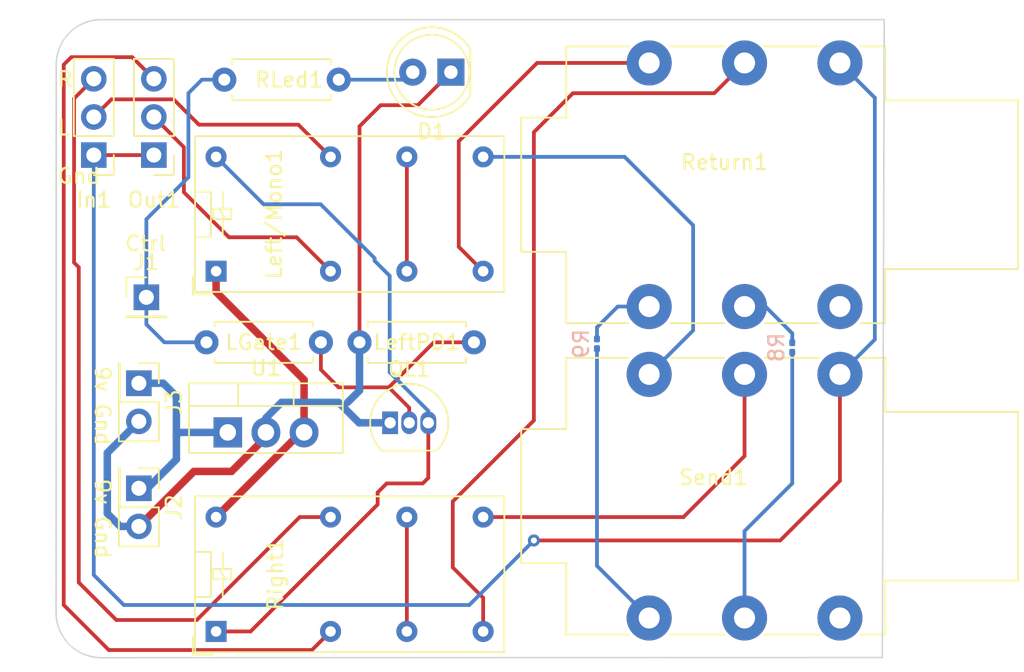
<source format=kicad_pcb>
(kicad_pcb (version 20221018) (generator pcbnew)
  (layers (0 "F.Cu" signal) (31 "B.Cu" signal) (34 "B.Paste" user) (35 "F.Paste" user) (36 "B.SilkS" user "B.Silkscreen") (37 "F.SilkS" user "F.Silkscreen") (38 "B.Mask" user) (39 "F.Mask" user) (44 "Edge.Cuts" user))
  (net 0 "")
  (net 1 "/Control")
  (net 2 "/9V")
  (net 3 "/Ctrl_GND")
  (net 4 "Net-(D1-A)")
  (net 5 "/R_in")
  (net 6 "/L_in")
  (net 7 "/Signal_Gnd")
  (net 8 "/R_out")
  (net 9 "/R_Return")
  (net 10 "/R_send")
  (net 11 "/5V")
  (net 12 "/L_out")
  (net 13 "/L_Return")
  (net 14 "/L_Send")
  (net 15 "Net-(R8-Pad1)")
  (net 16 "Net-(R8-Pad2)")
  (net 17 "Net-(R9-Pad1)")
  (net 18 "Net-(R9-Pad2)")
  (net 21 "Net-(Left/Mono1-Pad11)")
  (net 22 "Net-(Right1-Pad11)")
  (net 23 "Net-(QL1-D)")
  (net 24 "Net-(QL1-G)")
  (footprint "Connector_Audio:Jack_6.35mm_Neutrik_NMJ6HFD3_Horizontal" (layer "F.Cu") (at 169.475 80.385)
    (fp_text reference "Return1" (at 5.025 6.615) (layer "F.SilkS"))
    (fp_text value "AudioJack3_Switch")
    (fp_line (start -8.52 3.645) (end -5.52 3.645) (stroke (width 0.12)) (layer "F.SilkS"))
    (fp_line (start -8.52 12.545) (end -8.52 3.645) (stroke (width 0.12)) (layer "F.SilkS"))
    (fp_line (start -8.52 12.585) (end -5.52 12.585) (stroke (width 0.12)) (layer "F.SilkS"))
    (fp_line (start -5.52 -1.105) (end -1.4 -1.105) (stroke (width 0.12)) (layer "F.SilkS"))
    (fp_line (start -5.52 3.645) (end -5.52 -1.105) (stroke (width 0.12)) (layer "F.SilkS"))
    (fp_line (start -5.52 17.335) (end -5.52 12.585) (stroke (width 0.12)) (layer "F.SilkS"))
    (fp_line (start -1.4 17.335) (end -5.52 17.335) (stroke (width 0.12)) (layer "F.SilkS"))
    (fp_line (start 1.4 -1.105) (end 5 -1.105) (stroke (width 0.12)) (layer "F.SilkS"))
    (fp_line (start 5 17.335) (end 1.4 17.335) (stroke (width 0.12)) (layer "F.SilkS"))
    (fp_line (start 7.7 -1.105) (end 11.3 -1.105) (stroke (width 0.12)) (layer "F.SilkS"))
    (fp_line (start 11.3 17.335) (end 7.7 17.335) (stroke (width 0.12)) (layer "F.SilkS"))
    (fp_line (start 15.72 -1.105) (end 14.1 -1.105) (stroke (width 0.12)) (layer "F.SilkS"))
    (fp_line (start 15.72 2.495) (end 15.72 -1.105) (stroke (width 0.12)) (layer "F.SilkS"))
    (fp_line (start 15.72 2.495) (end 24.57 2.495) (stroke (width 0.12)) (layer "F.SilkS"))
    (fp_line (start 15.72 13.735) (end 24.57 13.735) (stroke (width 0.12)) (layer "F.SilkS"))
    (fp_line (start 15.72 17.335) (end 14.1 17.335) (stroke (width 0.12)) (layer "F.SilkS"))
    (fp_line (start 15.72 17.335) (end 15.72 13.735) (stroke (width 0.12)) (layer "F.SilkS"))
    (fp_line (start 24.57 13.735) (end 24.57 2.495) (stroke (width 0.12)) (layer "F.SilkS"))
    (pad "R" thru_hole circle (at 6.35 0) (size 3 3) (drill 1.4) (layers "*.Cu" "*.Mask") (net 9 "/R_Return"))
    (pad "RN" thru_hole circle (at 6.35 16.23) (size 3 3) (drill 1.4) (layers "*.Cu" "*.Mask") (net 15 "Net-(R8-Pad1)"))
    (pad "S" thru_hole circle (at 12.7 0) (size 3 3) (drill 1.4) (layers "*.Cu" "*.Mask") (net 7 "/Signal_Gnd"))
    (pad "SN" thru_hole circle (at 12.7 16.23) (size 3 3) (drill 1.4) (layers "*.Cu" "*.Mask"))
    (pad "T" thru_hole circle (at 0 0) (size 3 3) (drill 1.4) (layers "*.Cu" "*.Mask") (net 13 "/L_Return"))
    (pad "TN" thru_hole circle (at 0 16.23) (size 3 3) (drill 1.4) (layers "*.Cu" "*.Mask") (net 17 "Net-(R9-Pad1)"))
  )
  (footprint "Resistor_THT:R_Axial_DIN0207_L6.3mm_D2.5mm_P7.62mm_Horizontal" (layer "F.Cu") (at 157.81 99 180)
    (fp_text reference "LeftPD1" (at 3.81 0 180) (layer "F.SilkS"))
    (fp_text value "R")
    (fp_line (start 0.54 -1.37) (end 7.08 -1.37) (stroke (width 0.12)) (layer "F.SilkS"))
    (fp_line (start 0.54 -1.04) (end 0.54 -1.37) (stroke (width 0.12)) (layer "F.SilkS"))
    (fp_line (start 0.54 1.04) (end 0.54 1.37) (stroke (width 0.12)) (layer "F.SilkS"))
    (fp_line (start 0.54 1.37) (end 7.08 1.37) (stroke (width 0.12)) (layer "F.SilkS"))
    (fp_line (start 7.08 -1.37) (end 7.08 -1.04) (stroke (width 0.12)) (layer "F.SilkS"))
    (fp_line (start 7.08 1.37) (end 7.08 1.04) (stroke (width 0.12)) (layer "F.SilkS"))
    (pad "1" thru_hole circle (at 0 0 180) (size 1.6 1.6) (drill 0.8) (layers "*.Cu" "*.Mask") (net 24 "Net-(QL1-G)"))
    (pad "2" thru_hole oval (at 7.62 0 180) (size 1.6 1.6) (drill 0.8) (layers "*.Cu" "*.Mask") (net 3 "/Ctrl_GND"))
  )
  (footprint "Package_TO_SOT_THT:TO-92_Inline" (layer "F.Cu") (at 152.23 104.36)
    (fp_text reference "QL1" (at 1.27 -3.56) (layer "F.SilkS"))
    (fp_text value "2N7000")
    (fp_line (start -0.53 1.85) (end 3.07 1.85) (stroke (width 0.12)) (layer "F.SilkS"))
    (fp_arc (start -0.568478 1.838478) (mid -1.132087 -0.994977) (end 1.27 -2.6) (stroke (width 0.12)) (layer "F.SilkS"))
    (fp_arc (start 1.27 -2.6) (mid 3.672087 -0.994977) (end 3.108478 1.838478) (stroke (width 0.12)) (layer "F.SilkS"))
    (pad "1" thru_hole rect (at 0 0) (size 1.05 1.5) (drill 0.75) (layers "*.Cu" "*.Mask") (net 3 "/Ctrl_GND"))
    (pad "2" thru_hole oval (at 1.27 0) (size 1.05 1.5) (drill 0.75) (layers "*.Cu" "*.Mask") (net 24 "Net-(QL1-G)"))
    (pad "3" thru_hole oval (at 2.54 0) (size 1.05 1.5) (drill 0.75) (layers "*.Cu" "*.Mask") (net 23 "Net-(QL1-D)"))
  )
  (footprint "LED_THT:LED_D5.0mm" (layer "F.Cu") (at 156.275 81 180)
    (fp_text reference "D1" (at 1.27 -3.96) (layer "F.SilkS"))
    (fp_text value "LED")
    (fp_line (start -1.29 -1.545) (end -1.29 1.545) (stroke (width 0.12)) (layer "F.SilkS"))
    (fp_arc (start -1.29 -1.54483) (mid 2.072002 -2.880433) (end 4.26 0.000462) (stroke (width 0.12)) (layer "F.SilkS"))
    (fp_arc (start 4.26 -0.000462) (mid 2.072002 2.880433) (end -1.29 1.54483) (stroke (width 0.12)) (layer "F.SilkS"))
    (fp_circle (center 1.27 0) (end 3.77 0) (stroke (width 0.12)) (fill none) (layer "F.SilkS"))
    (pad "1" thru_hole rect (at 0 0 180) (size 1.8 1.8) (drill 0.9) (layers "*.Cu" "*.Mask") (net 3 "/Ctrl_GND"))
    (pad "2" thru_hole circle (at 2.54 0 180) (size 1.8 1.8) (drill 0.9) (layers "*.Cu" "*.Mask") (net 4 "Net-(D1-A)"))
  )
  (footprint "Connector_PinHeader_2.54mm:PinHeader_2x01_P2.54mm_Vertical" (layer "F.Cu") (at 135.5 101.725 -90)
    (fp_text reference "J3" (at 1.27 -2.33 90) (layer "F.SilkS"))
    (fp_text value "Conn_01x02_Pin")
    (fp_line (start -1.33 -1.33) (end 0 -1.33) (stroke (width 0.12)) (layer "F.SilkS"))
    (fp_line (start -1.33 0) (end -1.33 -1.33) (stroke (width 0.12)) (layer "F.SilkS"))
    (fp_line (start -1.33 1.27) (end -1.33 1.33) (stroke (width 0.12)) (layer "F.SilkS"))
    (fp_line (start -1.33 1.27) (end 1.27 1.27) (stroke (width 0.12)) (layer "F.SilkS"))
    (fp_line (start -1.33 1.33) (end 3.87 1.33) (stroke (width 0.12)) (layer "F.SilkS"))
    (fp_line (start 1.27 -1.33) (end 3.87 -1.33) (stroke (width 0.12)) (layer "F.SilkS"))
    (fp_line (start 1.27 1.27) (end 1.27 -1.33) (stroke (width 0.12)) (layer "F.SilkS"))
    (fp_line (start 3.87 -1.33) (end 3.87 1.33) (stroke (width 0.12)) (layer "F.SilkS"))
    (pad "1" thru_hole rect (at 0 0 270) (size 1.7 1.7) (drill 1) (layers "*.Cu" "*.Mask") (net 2 "/9V"))
    (pad "2" thru_hole oval (at 2.54 0 270) (size 1.7 1.7) (drill 1) (layers "*.Cu" "*.Mask") (net 3 "/Ctrl_GND"))
  )
  (footprint "Connector_Audio:Jack_6.35mm_Neutrik_NMJ6HFD3_Horizontal" (layer "F.Cu") (at 169.475 101.135)
    (fp_text reference "Send1" (at 4.275 6.865) (layer "F.SilkS"))
    (fp_text value "AudioJack3_Switch")
    (fp_line (start -8.52 3.645) (end -5.52 3.645) (stroke (width 0.12)) (layer "F.SilkS"))
    (fp_line (start -8.52 12.545) (end -8.52 3.645) (stroke (width 0.12)) (layer "F.SilkS"))
    (fp_line (start -8.52 12.585) (end -5.52 12.585) (stroke (width 0.12)) (layer "F.SilkS"))
    (fp_line (start -5.52 -1.105) (end -1.4 -1.105) (stroke (width 0.12)) (layer "F.SilkS"))
    (fp_line (start -5.52 3.645) (end -5.52 -1.105) (stroke (width 0.12)) (layer "F.SilkS"))
    (fp_line (start -5.52 17.335) (end -5.52 12.585) (stroke (width 0.12)) (layer "F.SilkS"))
    (fp_line (start -1.4 17.335) (end -5.52 17.335) (stroke (width 0.12)) (layer "F.SilkS"))
    (fp_line (start 1.4 -1.105) (end 5 -1.105) (stroke (width 0.12)) (layer "F.SilkS"))
    (fp_line (start 5 17.335) (end 1.4 17.335) (stroke (width 0.12)) (layer "F.SilkS"))
    (fp_line (start 7.7 -1.105) (end 11.3 -1.105) (stroke (width 0.12)) (layer "F.SilkS"))
    (fp_line (start 11.3 17.335) (end 7.7 17.335) (stroke (width 0.12)) (layer "F.SilkS"))
    (fp_line (start 15.72 -1.105) (end 14.1 -1.105) (stroke (width 0.12)) (layer "F.SilkS"))
    (fp_line (start 15.72 2.495) (end 15.72 -1.105) (stroke (width 0.12)) (layer "F.SilkS"))
    (fp_line (start 15.72 2.495) (end 24.57 2.495) (stroke (width 0.12)) (layer "F.SilkS"))
    (fp_line (start 15.72 13.735) (end 24.57 13.735) (stroke (width 0.12)) (layer "F.SilkS"))
    (fp_line (start 15.72 17.335) (end 14.1 17.335) (stroke (width 0.12)) (layer "F.SilkS"))
    (fp_line (start 15.72 17.335) (end 15.72 13.735) (stroke (width 0.12)) (layer "F.SilkS"))
    (fp_line (start 24.57 13.735) (end 24.57 2.495) (stroke (width 0.12)) (layer "F.SilkS"))
    (pad "R" thru_hole circle (at 6.35 0) (size 3 3) (drill 1.4) (layers "*.Cu" "*.Mask") (net 10 "/R_send"))
    (pad "RN" thru_hole circle (at 6.35 16.23) (size 3 3) (drill 1.4) (layers "*.Cu" "*.Mask") (net 16 "Net-(R8-Pad2)"))
    (pad "S" thru_hole circle (at 12.7 0) (size 3 3) (drill 1.4) (layers "*.Cu" "*.Mask") (net 7 "/Signal_Gnd"))
    (pad "SN" thru_hole circle (at 12.7 16.23) (size 3 3) (drill 1.4) (layers "*.Cu" "*.Mask"))
    (pad "T" thru_hole circle (at 0 0) (size 3 3) (drill 1.4) (layers "*.Cu" "*.Mask") (net 14 "/L_Send"))
    (pad "TN" thru_hole circle (at 0 16.23) (size 3 3) (drill 1.4) (layers "*.Cu" "*.Mask") (net 18 "Net-(R9-Pad2)"))
  )
  (footprint "Relay_THT:Relay_DPDT_Omron_G5V-2" (layer "F.Cu") (at 140.6425 118.2625 90)
    (fp_text reference "Right1" (at 3.81 3.95 90) (layer "F.SilkS"))
    (fp_text value "G5V-2")
    (fp_line (start -1.54 -1.55) (end -0.33 -1.55) (stroke (width 0.12)) (layer "F.SilkS"))
    (fp_line (start -1.54 -0.25) (end -1.54 -1.55) (stroke (width 0.12)) (layer "F.SilkS"))
    (fp_line (start -1.38 -1.4) (end -1.38 19.19) (stroke (width 0.12)) (layer "F.SilkS"))
    (fp_line (start -1.38 19.19) (end 9 19.19) (stroke (width 0.12)) (layer "F.SilkS"))
    (fp_line (start 2.3 -1.4) (end 2.3 -0.36) (stroke (width 0.12)) (layer "F.SilkS"))
    (fp_line (start 2.3 -0.34) (end 5.3 -0.34) (stroke (width 0.12)) (layer "F.SilkS"))
    (fp_line (start 3.47 -0.19) (end 3.47 1.01) (stroke (width 0.12)) (layer "F.SilkS"))
    (fp_line (start 3.47 0.44) (end 2.37 0.44) (stroke (width 0.12)) (layer "F.SilkS"))
    (fp_line (start 3.47 0.61) (end 4.17 0.21) (stroke (width 0.12)) (layer "F.SilkS"))
    (fp_line (start 3.47 1.01) (end 4.17 1.01) (stroke (width 0.12)) (layer "F.SilkS"))
    (fp_line (start 4.17 -0.19) (end 3.47 -0.19) (stroke (width 0.12)) (layer "F.SilkS"))
    (fp_line (start 4.17 0.44) (end 5.27 0.44) (stroke (width 0.12)) (layer "F.SilkS"))
    (fp_line (start 4.17 1.01) (end 4.17 -0.19) (stroke (width 0.12)) (layer "F.SilkS"))
    (fp_line (start 5.3 -0.34) (end 5.3 -1.4) (stroke (width 0.12)) (layer "F.SilkS"))
    (fp_line (start 9 -1.4) (end -1.38 -1.4) (stroke (width 0.12)) (layer "F.SilkS"))
    (fp_line (start 9 19.19) (end 9 -1.4) (stroke (width 0.12)) (layer "F.SilkS"))
    (pad "1" thru_hole rect (at 0 0 90) (size 1.4 1.4) (drill 0.7) (layers "*.Cu" "*.Mask") (net 23 "Net-(QL1-D)"))
    (pad "4" thru_hole circle (at 0 7.62 90) (size 1.4 1.4) (drill 0.7) (layers "*.Cu" "*.Mask") (net 8 "/R_out"))
    (pad "6" thru_hole circle (at 0 12.7 90) (size 1.4 1.4) (drill 0.7) (layers "*.Cu" "*.Mask") (net 22 "Net-(Right1-Pad11)"))
    (pad "8" thru_hole circle (at 0 17.78 90) (size 1.4 1.4) (drill 0.7) (layers "*.Cu" "*.Mask") (net 9 "/R_Return"))
    (pad "9" thru_hole circle (at 7.62 17.78 90) (size 1.4 1.4) (drill 0.7) (layers "*.Cu" "*.Mask") (net 10 "/R_send"))
    (pad "11" thru_hole circle (at 7.62 12.7 90) (size 1.4 1.4) (drill 0.7) (layers "*.Cu" "*.Mask") (net 22 "Net-(Right1-Pad11)"))
    (pad "13" thru_hole circle (at 7.62 7.62 90) (size 1.4 1.4) (drill 0.7) (layers "*.Cu" "*.Mask") (net 5 "/R_in"))
    (pad "16" thru_hole circle (at 7.62 0 90) (size 1.4 1.4) (drill 0.7) (layers "*.Cu" "*.Mask") (net 11 "/5V"))
  )
  (footprint "Resistor_THT:R_Axial_DIN0207_L6.3mm_D2.5mm_P7.62mm_Horizontal" (layer "F.Cu") (at 141.19 81.5)
    (fp_text reference "RLed1" (at 4.31 0) (layer "F.SilkS"))
    (fp_text value "100")
    (fp_line (start 0.54 -1.37) (end 7.08 -1.37) (stroke (width 0.12)) (layer "F.SilkS"))
    (fp_line (start 0.54 -1.04) (end 0.54 -1.37) (stroke (width 0.12)) (layer "F.SilkS"))
    (fp_line (start 0.54 1.04) (end 0.54 1.37) (stroke (width 0.12)) (layer "F.SilkS"))
    (fp_line (start 0.54 1.37) (end 7.08 1.37) (stroke (width 0.12)) (layer "F.SilkS"))
    (fp_line (start 7.08 -1.37) (end 7.08 -1.04) (stroke (width 0.12)) (layer "F.SilkS"))
    (fp_line (start 7.08 1.37) (end 7.08 1.04) (stroke (width 0.12)) (layer "F.SilkS"))
    (pad "1" thru_hole circle (at 0 0) (size 1.6 1.6) (drill 0.8) (layers "*.Cu" "*.Mask") (net 1 "/Control"))
    (pad "2" thru_hole oval (at 7.62 0) (size 1.6 1.6) (drill 0.8) (layers "*.Cu" "*.Mask") (net 4 "Net-(D1-A)"))
  )
  (footprint "Relay_THT:Relay_DPDT_Omron_G5V-2" (layer "F.Cu") (at 140.6425 94.2625 90)
    (fp_text reference "Left/Mono1" (at 3.81 3.8575 90) (layer "F.SilkS"))
    (fp_text value "G5V-2")
    (fp_line (start -1.54 -1.55) (end -0.33 -1.55) (stroke (width 0.12)) (layer "F.SilkS"))
    (fp_line (start -1.54 -0.25) (end -1.54 -1.55) (stroke (width 0.12)) (layer "F.SilkS"))
    (fp_line (start -1.38 -1.4) (end -1.38 19.19) (stroke (width 0.12)) (layer "F.SilkS"))
    (fp_line (start -1.38 19.19) (end 9 19.19) (stroke (width 0.12)) (layer "F.SilkS"))
    (fp_line (start 2.3 -1.4) (end 2.3 -0.36) (stroke (width 0.12)) (layer "F.SilkS"))
    (fp_line (start 2.3 -0.34) (end 5.3 -0.34) (stroke (width 0.12)) (layer "F.SilkS"))
    (fp_line (start 3.47 -0.19) (end 3.47 1.01) (stroke (width 0.12)) (layer "F.SilkS"))
    (fp_line (start 3.47 0.44) (end 2.37 0.44) (stroke (width 0.12)) (layer "F.SilkS"))
    (fp_line (start 3.47 0.61) (end 4.17 0.21) (stroke (width 0.12)) (layer "F.SilkS"))
    (fp_line (start 3.47 1.01) (end 4.17 1.01) (stroke (width 0.12)) (layer "F.SilkS"))
    (fp_line (start 4.17 -0.19) (end 3.47 -0.19) (stroke (width 0.12)) (layer "F.SilkS"))
    (fp_line (start 4.17 0.44) (end 5.27 0.44) (stroke (width 0.12)) (layer "F.SilkS"))
    (fp_line (start 4.17 1.01) (end 4.17 -0.19) (stroke (width 0.12)) (layer "F.SilkS"))
    (fp_line (start 5.3 -0.34) (end 5.3 -1.4) (stroke (width 0.12)) (layer "F.SilkS"))
    (fp_line (start 9 -1.4) (end -1.38 -1.4) (stroke (width 0.12)) (layer "F.SilkS"))
    (fp_line (start 9 19.19) (end 9 -1.4) (stroke (width 0.12)) (layer "F.SilkS"))
    (pad "1" thru_hole rect (at 0 0 90) (size 1.4 1.4) (drill 0.7) (layers "*.Cu" "*.Mask") (net 11 "/5V"))
    (pad "4" thru_hole circle (at 0 7.62 90) (size 1.4 1.4) (drill 0.7) (layers "*.Cu" "*.Mask") (net 12 "/L_out"))
    (pad "6" thru_hole circle (at 0 12.7 90) (size 1.4 1.4) (drill 0.7) (layers "*.Cu" "*.Mask") (net 21 "Net-(Left/Mono1-Pad11)"))
    (pad "8" thru_hole circle (at 0 17.78 90) (size 1.4 1.4) (drill 0.7) (layers "*.Cu" "*.Mask") (net 13 "/L_Return"))
    (pad "9" thru_hole circle (at 7.62 17.78 90) (size 1.4 1.4) (drill 0.7) (layers "*.Cu" "*.Mask") (net 14 "/L_Send"))
    (pad "11" thru_hole circle (at 7.62 12.7 90) (size 1.4 1.4) (drill 0.7) (layers "*.Cu" "*.Mask") (net 21 "Net-(Left/Mono1-Pad11)"))
    (pad "13" thru_hole circle (at 7.62 7.62 90) (size 1.4 1.4) (drill 0.7) (layers "*.Cu" "*.Mask") (net 6 "/L_in"))
    (pad "16" thru_hole circle (at 7.62 0 90) (size 1.4 1.4) (drill 0.7) (layers "*.Cu" "*.Mask") (net 23 "Net-(QL1-D)"))
  )
  (footprint "Package_TO_SOT_THT:TO-220-3_Vertical" (layer "F.Cu") (at 141.42 105)
    (fp_text reference "U1" (at 2.54 -4.27) (layer "F.SilkS"))
    (fp_text value "L7805")
    (fp_line (start -2.58 -3.27) (end -2.58 1.371) (stroke (width 0.12)) (layer "F.SilkS"))
    (fp_line (start -2.58 -3.27) (end 7.66 -3.27) (stroke (width 0.12)) (layer "F.SilkS"))
    (fp_line (start -2.58 -1.76) (end 7.66 -1.76) (stroke (width 0.12)) (layer "F.SilkS"))
    (fp_line (start -2.58 1.371) (end 7.66 1.371) (stroke (width 0.12)) (layer "F.SilkS"))
    (fp_line (start 0.69 -3.27) (end 0.69 -1.76) (stroke (width 0.12)) (layer "F.SilkS"))
    (fp_line (start 4.391 -3.27) (end 4.391 -1.76) (stroke (width 0.12)) (layer "F.SilkS"))
    (fp_line (start 7.66 -3.27) (end 7.66 1.371) (stroke (width 0.12)) (layer "F.SilkS"))
    (pad "1" thru_hole rect (at 0 0) (size 1.905 2) (drill 1.1) (layers "*.Cu" "*.Mask") (net 2 "/9V"))
    (pad "2" thru_hole oval (at 2.54 0) (size 1.905 2) (drill 1.1) (layers "*.Cu" "*.Mask") (net 3 "/Ctrl_GND"))
    (pad "3" thru_hole oval (at 5.08 0) (size 1.905 2) (drill 1.1) (layers "*.Cu" "*.Mask") (net 11 "/5V"))
  )
  (footprint "Connector_PinHeader_2.54mm:PinHeader_1x03_P2.54mm_Vertical" (layer "F.Cu") (at 132.5 86.525 180)
    (fp_text reference "In1" (at 0 -2.975) (layer "F.SilkS"))
    (fp_text value "Conn_01x03_Pin")
    (fp_line (start -1.33 -1.33) (end 0 -1.33) (stroke (width 0.12)) (layer "F.SilkS"))
    (fp_line (start -1.33 0) (end -1.33 -1.33) (stroke (width 0.12)) (layer "F.SilkS"))
    (fp_line (start -1.33 1.27) (end -1.33 6.41) (stroke (width 0.12)) (layer "F.SilkS"))
    (fp_line (start -1.33 1.27) (end 1.33 1.27) (stroke (width 0.12)) (layer "F.SilkS"))
    (fp_line (start -1.33 6.41) (end 1.33 6.41) (stroke (width 0.12)) (layer "F.SilkS"))
    (fp_line (start 1.33 1.27) (end 1.33 6.41) (stroke (width 0.12)) (layer "F.SilkS"))
    (pad "1" thru_hole rect (at 0 0 180) (size 1.7 1.7) (drill 1) (layers "*.Cu" "*.Mask") (net 7 "/Signal_Gnd"))
    (pad "2" thru_hole oval (at 0 2.54 180) (size 1.7 1.7) (drill 1) (layers "*.Cu" "*.Mask") (net 6 "/L_in"))
    (pad "3" thru_hole oval (at 0 5.08 180) (size 1.7 1.7) (drill 1) (layers "*.Cu" "*.Mask") (net 5 "/R_in"))
  )
  (footprint "Connector_PinHeader_2.54mm:PinHeader_1x01_P2.54mm_Vertical" (layer "F.Cu") (at 136 96)
    (fp_text reference "J1" (at 0 -2.33) (layer "F.SilkS"))
    (fp_text value "Conn_01x01_Pin")
    (fp_line (start -1.33 -1.33) (end 0 -1.33) (stroke (width 0.12)) (layer "F.SilkS"))
    (fp_line (start -1.33 0) (end -1.33 -1.33) (stroke (width 0.12)) (layer "F.SilkS"))
    (fp_line (start -1.33 1.27) (end -1.33 1.33) (stroke (width 0.12)) (layer "F.SilkS"))
    (fp_line (start -1.33 1.27) (end 1.33 1.27) (stroke (width 0.12)) (layer "F.SilkS"))
    (fp_line (start -1.33 1.33) (end 1.33 1.33) (stroke (width 0.12)) (layer "F.SilkS"))
    (fp_line (start 1.33 1.27) (end 1.33 1.33) (stroke (width 0.12)) (layer "F.SilkS"))
    (pad "1" thru_hole rect (at 0 0) (size 1.7 1.7) (drill 1) (layers "*.Cu" "*.Mask") (net 1 "/Control"))
  )
  (footprint "Resistor_THT:R_Axial_DIN0207_L6.3mm_D2.5mm_P7.62mm_Horizontal" (layer "F.Cu") (at 140 99)
    (fp_text reference "LGate1" (at 3.81 0) (layer "F.SilkS"))
    (fp_text value "R")
    (fp_line (start 0.54 -1.37) (end 7.08 -1.37) (stroke (width 0.12)) (layer "F.SilkS"))
    (fp_line (start 0.54 -1.04) (end 0.54 -1.37) (stroke (width 0.12)) (layer "F.SilkS"))
    (fp_line (start 0.54 1.04) (end 0.54 1.37) (stroke (width 0.12)) (layer "F.SilkS"))
    (fp_line (start 0.54 1.37) (end 7.08 1.37) (stroke (width 0.12)) (layer "F.SilkS"))
    (fp_line (start 7.08 -1.37) (end 7.08 -1.04) (stroke (width 0.12)) (layer "F.SilkS"))
    (fp_line (start 7.08 1.37) (end 7.08 1.04) (stroke (width 0.12)) (layer "F.SilkS"))
    (pad "1" thru_hole circle (at 0 0) (size 1.6 1.6) (drill 0.8) (layers "*.Cu" "*.Mask") (net 1 "/Control"))
    (pad "2" thru_hole oval (at 7.62 0) (size 1.6 1.6) (drill 0.8) (layers "*.Cu" "*.Mask") (net 24 "Net-(QL1-G)"))
  )
  (footprint "Connector_PinHeader_2.54mm:PinHeader_2x01_P2.54mm_Vertical" (layer "F.Cu") (at 135.5 108.725 -90)
    (fp_text reference "J2" (at 1.27 -2.33 90) (layer "F.SilkS"))
    (fp_text value "Conn_01x02_Pin")
    (fp_line (start -1.33 -1.33) (end 0 -1.33) (stroke (width 0.12)) (layer "F.SilkS"))
    (fp_line (start -1.33 0) (end -1.33 -1.33) (stroke (width 0.12)) (layer "F.SilkS"))
    (fp_line (start -1.33 1.27) (end -1.33 1.33) (stroke (width 0.12)) (layer "F.SilkS"))
    (fp_line (start -1.33 1.27) (end 1.27 1.27) (stroke (width 0.12)) (layer "F.SilkS"))
    (fp_line (start -1.33 1.33) (end 3.87 1.33) (stroke (width 0.12)) (layer "F.SilkS"))
    (fp_line (start 1.27 -1.33) (end 3.87 -1.33) (stroke (width 0.12)) (layer "F.SilkS"))
    (fp_line (start 1.27 1.27) (end 1.27 -1.33) (stroke (width 0.12)) (layer "F.SilkS"))
    (fp_line (start 3.87 -1.33) (end 3.87 1.33) (stroke (width 0.12)) (layer "F.SilkS"))
    (pad "1" thru_hole rect (at 0 0 270) (size 1.7 1.7) (drill 1) (layers "*.Cu" "*.Mask") (net 2 "/9V"))
    (pad "2" thru_hole oval (at 2.54 0 270) (size 1.7 1.7) (drill 1) (layers "*.Cu" "*.Mask") (net 3 "/Ctrl_GND"))
  )
  (footprint "Connector_PinHeader_2.54mm:PinHeader_1x03_P2.54mm_Vertical" (layer "F.Cu") (at 136.5 86.525 180)
    (fp_text reference "Out1" (at 0 -2.975) (layer "F.SilkS"))
    (fp_text value "Conn_01x03_Pin")
    (fp_line (start -1.33 -1.33) (end 0 -1.33) (stroke (width 0.12)) (layer "F.SilkS"))
    (fp_line (start -1.33 0) (end -1.33 -1.33) (stroke (width 0.12)) (layer "F.SilkS"))
    (fp_line (start -1.33 1.27) (end -1.33 6.41) (stroke (width 0.12)) (layer "F.SilkS"))
    (fp_line (start -1.33 1.27) (end 1.33 1.27) (stroke (width 0.12)) (layer "F.SilkS"))
    (fp_line (start -1.33 6.41) (end 1.33 6.41) (stroke (width 0.12)) (layer "F.SilkS"))
    (fp_line (start 1.33 1.27) (end 1.33 6.41) (stroke (width 0.12)) (layer "F.SilkS"))
    (pad "1" thru_hole rect (at 0 0 180) (size 1.7 1.7) (drill 1) (layers "*.Cu" "*.Mask") (net 7 "/Signal_Gnd"))
    (pad "2" thru_hole oval (at 0 2.54 180) (size 1.7 1.7) (drill 1) (layers "*.Cu" "*.Mask") (net 12 "/L_out"))
    (pad "3" thru_hole oval (at 0 5.08 180) (size 1.7 1.7) (drill 1) (layers "*.Cu" "*.Mask") (net 8 "/R_out"))
  )
  (footprint "Resistor_SMD:R_0201_0603Metric" (layer "B.Cu") (at 166 99.095 -90)
    (fp_text reference "R9" (at 0 1.05 90) (layer "B.SilkS") (effects (justify mirror)))
    (fp_text value "R")
    (pad "1" smd roundrect (at -0.32 0 270) (size 0.46 0.4) (layers "B.Cu" "B.Mask") (net 17 "Net-(R9-Pad1)"))
    (pad "2" smd roundrect (at 0.32 0 270) (size 0.46 0.4) (layers "B.Cu" "B.Mask") (net 18 "Net-(R9-Pad2)"))
  )
  (footprint "Resistor_SMD:R_0201_0603Metric" (layer "B.Cu") (at 179 99.345 -90)
    (fp_text reference "R8" (at 0 1.05 90) (layer "B.SilkS") (effects (justify mirror)))
    (fp_text value "R")
    (pad "1" smd roundrect (at -0.32 0 270) (size 0.46 0.4) (layers "B.Cu" "B.Mask") (net 15 "Net-(R8-Pad1)"))
    (pad "2" smd roundrect (at 0.32 0 270) (size 0.46 0.4) (layers "B.Cu" "B.Mask") (net 16 "Net-(R8-Pad2)"))
  )
  (gr_line (start 185.000001 120) (end 132.999999 120.010398) (stroke (width 0.1)) (layer "Edge.Cuts"))
  (gr_arc (start 129.999999 80.499999) (mid 130.878679 78.378679) (end 132.999999 77.499999) (stroke (width 0.1)) (layer "Edge.Cuts"))
  (gr_line (start 185.125 77.5) (end 185.000001 120) (stroke (width 0.1)) (layer "Edge.Cuts"))
  (gr_line (start 132.999999 77.499999) (end 185.125 77.5) (stroke (width 0.1)) (layer "Edge.Cuts"))
  (gr_arc (start 132.999999 120.010398) (mid 130.871327 119.128673) (end 129.989602 117.000001) (stroke (width 0.1)) (layer "Edge.Cuts"))
  (gr_line (start 129.989602 117.000001) (end 129.999999 80.499999) (stroke (width 0.1)) (layer "Edge.Cuts"))
  (gr_text "9v Gnd" (at 132.5 108 -90) (layer "F.SilkS") (effects (font (size 1 1)) (justify left bottom)))
  (gr_text "R\n\nL\n\nGnd\n" (at 130 88.5) (layer "F.SilkS") (effects (font (size 1 1)) (justify left bottom)))
  (gr_text "9v Gnd" (at 132.5 100.5 -90) (layer "F.SilkS") (effects (font (size 1 1)) (justify left bottom)))
  (gr_text "Ctrl\n" (at 134.5 93) (layer "F.SilkS") (effects (font (size 1 1)) (justify left bottom)))
  (segment (start 136 96) (end 136 90.8) (width 0.25) (layer "B.Cu") (net 1))
  (segment (start 136 96) (end 136 97.8) (width 0.25) (layer "B.Cu") (net 1))
  (segment (start 139.7 81.5) (end 141.19 81.5) (width 0.25) (layer "B.Cu") (net 1))
  (segment (start 136 97.8) (end 137.2 99) (width 0.25) (layer "B.Cu") (net 1))
  (segment (start 138.8 88) (end 138.8 82.4) (width 0.25) (layer "B.Cu") (net 1))
  (segment (start 136 90.8) (end 138.8 88) (width 0.25) (layer "B.Cu") (net 1))
  (segment (start 137.2 99) (end 140 99) (width 0.25) (layer "B.Cu") (net 1))
  (segment (start 138.8 82.4) (end 139.7 81.5) (width 0.25) (layer "B.Cu") (net 1))
  (segment (start 138 105.2) (end 138 106.8) (width 0.5) (layer "B.Cu") (net 2))
  (segment (start 136.075 108.725) (end 135.5 108.725) (width 0.5) (layer "B.Cu") (net 2))
  (segment (start 138 106.8) (end 136.075 108.725) (width 0.5) (layer "B.Cu") (net 2))
  (segment (start 137.125 101.725) (end 138 102.6) (width 0.5) (layer "B.Cu") (net 2))
  (segment (start 138 105.2) (end 138.2 105) (width 0.5) (layer "B.Cu") (net 2))
  (segment (start 138 102.6) (end 138 105.2) (width 0.5) (layer "B.Cu") (net 2))
  (segment (start 135.5 101.725) (end 137.125 101.725) (width 0.5) (layer "B.Cu") (net 2))
  (segment (start 138.2 105) (end 141.42 105) (width 0.5) (layer "B.Cu") (net 2))
  (segment (start 139.165 107.6) (end 141.6725 107.6) (width 0.5) (layer "F.Cu") (net 3))
  (segment (start 151.6 83.2) (end 150.19 84.61) (width 0.25) (layer "F.Cu") (net 3))
  (segment (start 143.96 105.3125) (end 143.96 105) (width 0.5) (layer "F.Cu") (net 3))
  (segment (start 154.075 83.2) (end 151.6 83.2) (width 0.25) (layer "F.Cu") (net 3))
  (segment (start 135.5 111.265) (end 139.165 107.6) (width 0.5) (layer "F.Cu") (net 3))
  (segment (start 150.19 84.61) (end 150.19 99) (width 0.25) (layer "F.Cu") (net 3))
  (segment (start 141.6725 107.6) (end 143.96 105.3125) (width 0.5) (layer "F.Cu") (net 3))
  (segment (start 156.275 81) (end 154.075 83.2) (width 0.25) (layer "F.Cu") (net 3))
  (segment (start 148.8 103) (end 150.16 104.36) (width 0.5) (layer "B.Cu") (net 3))
  (segment (start 150.16 104.36) (end 152.23 104.36) (width 0.5) (layer "B.Cu") (net 3))
  (segment (start 133.4 110.4) (end 133.4 106.365) (width 0.5) (layer "B.Cu") (net 3))
  (segment (start 135.5 111.265) (end 134.265 111.265) (width 0.5) (layer "B.Cu") (net 3))
  (segment (start 134.265 111.265) (end 133.4 110.4) (width 0.5) (layer "B.Cu") (net 3))
  (segment (start 150.19 102.21) (end 150.19 99) (width 0.5) (layer "B.Cu") (net 3))
  (segment (start 145 103) (end 148.8 103) (width 0.5) (layer "B.Cu") (net 3))
  (segment (start 149.4 103) (end 150.19 102.21) (width 0.5) (layer "B.Cu") (net 3))
  (segment (start 133.4 106.365) (end 135.5 104.265) (width 0.5) (layer "B.Cu") (net 3))
  (segment (start 143.96 105) (end 143.96 104.04) (width 0.5) (layer "B.Cu") (net 3))
  (segment (start 143.96 104.04) (end 145 103) (width 0.5) (layer "B.Cu") (net 3))
  (segment (start 148.81 81.5) (end 153.235 81.5) (width 0.25) (layer "B.Cu") (net 4))
  (segment (start 153.235 81.5) (end 153.735 81) (width 0.25) (layer "B.Cu") (net 4))
  (segment (start 131.5 94) (end 131.5 115) (width 0.25) (layer "F.Cu") (net 5))
  (segment (start 146.2125 110.6425) (end 148.2625 110.6425) (width 0.25) (layer "F.Cu") (net 5))
  (segment (start 132.5 81.445) (end 131.186396 82.758604) (width 0.25) (layer "F.Cu") (net 5))
  (segment (start 131.186396 82.758604) (end 131.186396 93.686396) (width 0.25) (layer "F.Cu") (net 5))
  (segment (start 139.355 117.5) (end 146.2125 110.6425) (width 0.25) (layer "F.Cu") (net 5))
  (segment (start 131.5 115) (end 134 117.5) (width 0.25) (layer "F.Cu") (net 5))
  (segment (start 134 117.5) (end 139.355 117.5) (width 0.25) (layer "F.Cu") (net 5))
  (segment (start 131.186396 93.686396) (end 131.5 94) (width 0.25) (layer "F.Cu") (net 5))
  (segment (start 146.12 84.5) (end 148.2625 86.6425) (width 0.25) (layer "F.Cu") (net 6))
  (segment (start 132.5 83.985) (end 133.675 82.81) (width 0.25) (layer "F.Cu") (net 6))
  (segment (start 133.675 82.81) (end 137.81 82.81) (width 0.25) (layer "F.Cu") (net 6))
  (segment (start 137.81 82.81) (end 139.5 84.5) (width 0.25) (layer "F.Cu") (net 6))
  (segment (start 139.5 84.5) (end 146.12 84.5) (width 0.25) (layer "F.Cu") (net 6))
  (segment (start 178.2 112.2) (end 161.8 112.2) (width 0.25) (layer "F.Cu") (net 7))
  (segment (start 182.175 101.135) (end 182.175 108.225) (width 0.25) (layer "F.Cu") (net 7))
  (segment (start 132.5 86.525) (end 136.5 86.525) (width 0.25) (layer "F.Cu") (net 7))
  (segment (start 182.175 108.225) (end 178.2 112.2) (width 0.25) (layer "F.Cu") (net 7))
  (via (at 161.8 112.2) (size 0.8) (drill 0.4) (layers "F.Cu" "B.Cu") (net 7))
  (segment (start 132.5 114.5) (end 134.5 116.5) (width 0.25) (layer "B.Cu") (net 7))
  (segment (start 182.175 101.135) (end 184.5 98.81) (width 0.25) (layer "B.Cu") (net 7))
  (segment (start 157.5 116.5) (end 161.8 112.2) (width 0.25) (layer "B.Cu") (net 7))
  (segment (start 184.5 82.71) (end 182.175 80.385) (width 0.25) (layer "B.Cu") (net 7))
  (segment (start 132.5 86.525) (end 132.5 114.5) (width 0.25) (layer "B.Cu") (net 7))
  (segment (start 134.5 116.5) (end 157.5 116.5) (width 0.25) (layer "B.Cu") (net 7))
  (segment (start 184.5 98.81) (end 184.5 82.71) (width 0.25) (layer "B.Cu") (net 7))
  (segment (start 147.025 119.5) (end 148.2625 118.2625) (width 0.25) (layer "F.Cu") (net 8))
  (segment (start 135.055 80) (end 131 80) (width 0.25) (layer "F.Cu") (net 8))
  (segment (start 130.5 80.5) (end 130.5 116.5) (width 0.25) (layer "F.Cu") (net 8))
  (segment (start 136.5 81.445) (end 135.055 80) (width 0.25) (layer "F.Cu") (net 8))
  (segment (start 131 80) (end 130.5 80.5) (width 0.25) (layer "F.Cu") (net 8))
  (segment (start 133.5 119.5) (end 147.025 119.5) (width 0.25) (layer "F.Cu") (net 8))
  (segment (start 130.5 116.5) (end 133.5 119.5) (width 0.25) (layer "F.Cu") (net 8))
  (segment (start 156.4 114) (end 156.4 109.6) (width 0.25) (layer "F.Cu") (net 9))
  (segment (start 161.8 104.2) (end 161.8 85) (width 0.25) (layer "F.Cu") (net 9))
  (segment (start 173.81 82.4) (end 175.825 80.385) (width 0.25) (layer "F.Cu") (net 9))
  (segment (start 161.8 85) (end 164.4 82.4) (width 0.25) (layer "F.Cu") (net 9))
  (segment (start 158.4225 116.0225) (end 156.4 114) (width 0.25) (layer "F.Cu") (net 9))
  (segment (start 164.4 82.4) (end 173.81 82.4) (width 0.25) (layer "F.Cu") (net 9))
  (segment (start 156.4 109.6) (end 161.8 104.2) (width 0.25) (layer "F.Cu") (net 9))
  (segment (start 158.4225 118.2625) (end 158.4225 116.0225) (width 0.25) (layer "F.Cu") (net 9))
  (segment (start 171.7575 110.6425) (end 175.825 106.575) (width 0.25) (layer "F.Cu") (net 10))
  (segment (start 158.4225 110.6425) (end 171.7575 110.6425) (width 0.25) (layer "F.Cu") (net 10))
  (segment (start 175.825 106.575) (end 175.825 101.135) (width 0.25) (layer "F.Cu") (net 10))
  (segment (start 140.6425 95.6425) (end 146.5 101.5) (width 0.5) (layer "F.Cu") (net 11))
  (segment (start 146.285 105) (end 146.5 105) (width 0.5) (layer "F.Cu") (net 11))
  (segment (start 140.6425 94.2625) (end 140.6425 95.6425) (width 0.5) (layer "F.Cu") (net 11))
  (segment (start 140.6425 110.6425) (end 146.285 105) (width 0.5) (layer "F.Cu") (net 11))
  (segment (start 146.5 101.5) (end 146.5 105) (width 0.5) (layer "F.Cu") (net 11))
  (segment (start 138.5 86) (end 138.5 89) (width 0.25) (layer "F.Cu") (net 12))
  (segment (start 136.5 83.985) (end 137.675 85.16) (width 0.25) (layer "F.Cu") (net 12))
  (segment (start 138.5 89) (end 141.5 92) (width 0.25) (layer "F.Cu") (net 12))
  (segment (start 137.675 85.175) (end 138.5 86) (width 0.25) (layer "F.Cu") (net 12))
  (segment (start 141.5 92) (end 146 92) (width 0.25) (layer "F.Cu") (net 12))
  (segment (start 146 92) (end 148.2625 94.2625) (width 0.25) (layer "F.Cu") (net 12))
  (segment (start 137.675 85.16) (end 137.675 85.175) (width 0.25) (layer "F.Cu") (net 12))
  (segment (start 158.4225 94.2625) (end 156.8 92.64) (width 0.25) (layer "F.Cu") (net 13))
  (segment (start 156.8 92.64) (end 156.8 85.6) (width 0.25) (layer "F.Cu") (net 13))
  (segment (start 156.8 85.6) (end 162.015 80.385) (width 0.25) (layer "F.Cu") (net 13))
  (segment (start 162.015 80.385) (end 169.475 80.385) (width 0.25) (layer "F.Cu") (net 13))
  (segment (start 172.4 98.21) (end 169.475 101.135) (width 0.25) (layer "B.Cu") (net 14))
  (segment (start 158.4225 86.6425) (end 167.8425 86.6425) (width 0.25) (layer "B.Cu") (net 14))
  (segment (start 172.4 91.2) (end 172.4 98.21) (width 0.25) (layer "B.Cu") (net 14))
  (segment (start 167.8425 86.6425) (end 172.4 91.2) (width 0.25) (layer "B.Cu") (net 14))
  (segment (start 179 98.4) (end 177.215 96.615) (width 0.25) (layer "B.Cu") (net 15))
  (segment (start 177.215 96.615) (end 175.825 96.615) (width 0.25) (layer "B.Cu") (net 15))
  (segment (start 179 99.025) (end 179 98.4) (width 0.25) (layer "B.Cu") (net 15))
  (segment (start 179 108.4) (end 179 99.665) (width 0.25) (layer "B.Cu") (net 16))
  (segment (start 175.825 111.575) (end 179 108.4) (width 0.25) (layer "B.Cu") (net 16))
  (segment (start 175.825 117.365) (end 175.825 111.575) (width 0.25) (layer "B.Cu") (net 16))
  (segment (start 167.385 96.615) (end 169.475 96.615) (width 0.25) (layer "B.Cu") (net 17))
  (segment (start 166 98) (end 167.385 96.615) (width 0.25) (layer "B.Cu") (net 17))
  (segment (start 166 98.775) (end 166 98) (width 0.25) (layer "B.Cu") (net 17))
  (segment (start 166 113.89) (end 166 99.415) (width 0.25) (layer "B.Cu") (net 18))
  (segment (start 169.475 117.365) (end 166 113.89) (width 0.25) (layer "B.Cu") (net 18))
  (segment (start 153.3425 86.6425) (end 153.3425 94.2625) (width 0.25) (layer "F.Cu") (net 21))
  (segment (start 153.3425 118.2625) (end 153.3425 110.6425) (width 0.25) (layer "F.Cu") (net 22))
  (segment (start 142.9375 118.2625) (end 151.4 109.8) (width 0.25) (layer "F.Cu") (net 23))
  (segment (start 140.6425 118.2625) (end 142.9375 118.2625) (width 0.25) (layer "F.Cu") (net 23))
  (segment (start 151.4 109.8) (end 151.4 109) (width 0.25) (layer "F.Cu") (net 23))
  (segment (start 152 108.4) (end 154.4 108.4) (width 0.25) (layer "F.Cu") (net 23))
  (segment (start 154.4 108.4) (end 154.77 108.03) (width 0.25) (layer "F.Cu") (net 23))
  (segment (start 154.77 108.03) (end 154.77 104.36) (width 0.25) (layer "F.Cu") (net 23))
  (segment (start 151.4 109) (end 152 108.4) (width 0.25) (layer "F.Cu") (net 23))
  (segment (start 147.6 89.8) (end 151.2 93.4) (width 0.25) (layer "B.Cu") (net 23))
  (segment (start 143.8 89.8) (end 147.6 89.8) (width 0.25) (layer "B.Cu") (net 23))
  (segment (start 154.77 103.57) (end 154.77 104.36) (width 0.25) (layer "B.Cu") (net 23))
  (segment (start 152.2 101) (end 154.77 103.57) (width 0.25) (layer "B.Cu") (net 23))
  (segment (start 151.2 93.569569) (end 152.2 94.569569) (width 0.25) (layer "B.Cu") (net 23))
  (segment (start 151.2 93.4) (end 151.2 93.569569) (width 0.25) (layer "B.Cu") (net 23))
  (segment (start 152.2 94.569569) (end 152.2 101) (width 0.25) (layer "B.Cu") (net 23))
  (segment (start 140.6425 86.6425) (end 143.8 89.8) (width 0.25) (layer "B.Cu") (net 23))
  (segment (start 153.5 103.36) (end 152.14 102) (width 0.25) (layer "F.Cu") (net 24))
  (segment (start 152.14 102) (end 155.14 99) (width 0.25) (layer "F.Cu") (net 24))
  (segment (start 148.8 102) (end 147.62 100.82) (width 0.25) (layer "F.Cu") (net 24))
  (segment (start 147.62 100.82) (end 147.62 99) (width 0.25) (layer "F.Cu") (net 24))
  (segment (start 155.14 99) (end 157.81 99) (width 0.25) (layer "F.Cu") (net 24))
  (segment (start 152.14 102) (end 148.8 102) (width 0.25) (layer "F.Cu") (net 24))
  (segment (start 153.5 104.36) (end 153.5 103.36) (width 0.25) (layer "F.Cu") (net 24))
)
</source>
